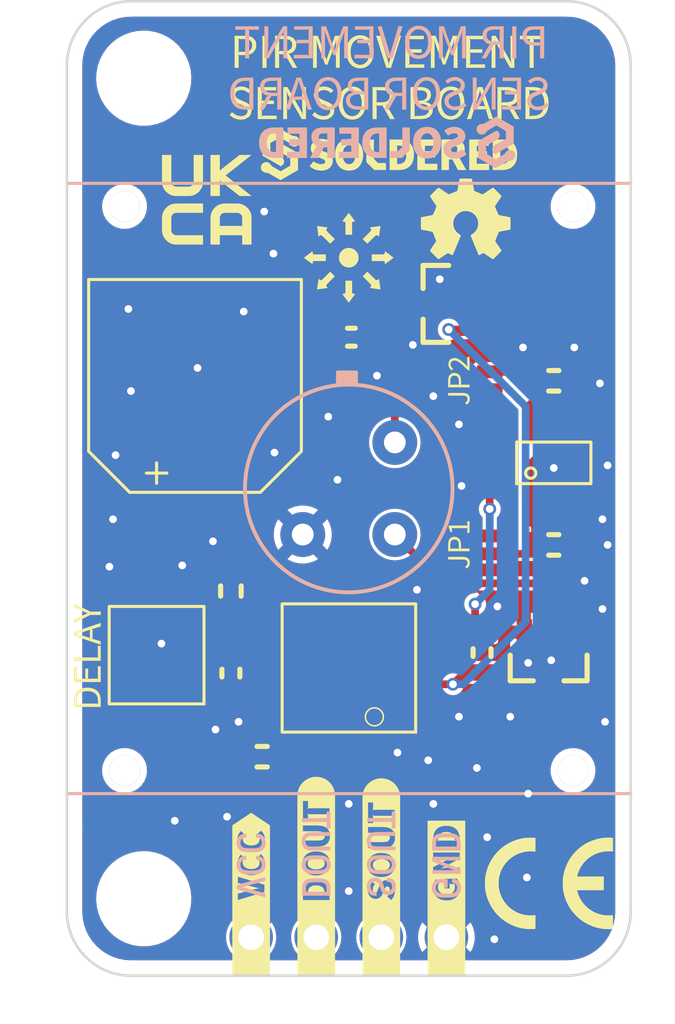
<source format=kicad_pcb>
(kicad_pcb (version 20211014) (generator pcbnew)
  (title_block (title "PIR Movement sensor board") (date "2023-02-24") (rev "V2.2.0") (company "SOLDERED") (comment 1 "333083"))
  (layers (0 "F.Cu" signal) (31 "B.Cu" signal) (34 "B.Paste" user) (35 "F.Paste" user) (36 "B.SilkS" user "B.Silkscreen") (37 "F.SilkS" user "F.Silkscreen") (38 "B.Mask" user) (39 "F.Mask" user) (44 "Edge.Cuts" user))
  (net 0 "")
  (net 1 "Net-(C1-Pad2)")
  (net 2 "GND")
  (net 3 "3V3")
  (net 4 "Net-(C4-Pad1)")
  (net 5 "REL")
  (net 6 "Net-(C5-Pad1)")
  (net 7 "5V")
  (net 8 "Net-(R1-Pad1)")
  (net 9 "TRIG")
  (net 10 "OUT")
  (net 12 "Net-(Q2-Pad3)")
  (footprint "e-radionica.com footprinti:FIDUCIAL_23" (layer "F.Cu") (at 108.5 103.2)
    (fp_text reference "FD1")
    (fp_text value "FIDUCIAL")
    (fp_circle (center 0 0) (end 1 0) (layer "F.Cu") (width 0.2) (fill none))
    (pad "1" smd circle (at 0 0) (size 1 1) (layers "F.Cu" "F.Paste" "F.Mask") (clearance 1.1))
  )
  (footprint "kibuzzard-63F87E9A" (layer "F.Cu") (at 90.8 117.5 90)
    (fp_text reference "kibuzzard-63F87E9A" hide)
    (fp_text value "G***" hide)
  )
  (footprint "e-radionica.com footprinti:0603R" (layer "F.Cu") (at 106.2 117.4 90)
    (fp_text reference "R2")
    (fp_text value "10k")
    (pad "1" smd rect locked (at -0.775 0 180) (size 1 0.64) (layers "F.Cu" "F.Paste" "F.Mask") (net 9 "TRIG"))
    (pad "2" smd rect locked (at 0.775 0 180) (size 1 0.64) (layers "F.Cu" "F.Paste" "F.Mask") (net 7 "5V"))
  )
  (footprint "kibuzzard-63F87E62" (layer "F.Cu") (at 105.3 106.8 90)
    (fp_text reference "kibuzzard-63F87E62" hide)
    (fp_text value "G***" hide)
  )
  (footprint "e-radionica.com footprinti:0603C" (layer "F.Cu") (at 109 106.8 180)
    (fp_text reference "C2")
    (fp_text value "2u2")
    (pad "1" smd rect locked (at -0.73 0 180) (size 0.66 1) (layers "F.Cu" "F.Paste" "F.Mask") (net 2 "GND"))
    (pad "2" smd rect locked (at 0.73 0 180) (size 0.66 1) (layers "F.Cu" "F.Paste" "F.Mask") (net 3 "3V3"))
  )
  (footprint "Soldered Graphics:Logo-Front-UKCA-3.5mm" (layer "F.Cu") (at 95.46 99.74)
    (fp_text reference "REF**" hide)
    (fp_text value "Logo-Front-UKCA-3.5mm" hide)
  )
  (footprint "Soldered Graphics:Logo-Front-CE-5mm" (layer "F.Cu") (at 108.81 126.4)
    (fp_text reference "REF**" hide)
    (fp_text value "Logo-Front-CE-5mm" hide)
  )
  (footprint "e-radionica.com footprinti:0603C" (layer "F.Cu") (at 97.62 121.46 180)
    (fp_text reference "C3")
    (fp_text value "100n")
    (pad "1" smd rect locked (at -0.73 0 180) (size 0.66 1) (layers "F.Cu" "F.Paste" "F.Mask") (net 7 "5V"))
    (pad "2" smd rect locked (at 0.73 0 180) (size 0.66 1) (layers "F.Cu" "F.Paste" "F.Mask") (net 2 "GND"))
  )
  (footprint "e-radionica.com footprinti:SOT-23-3" (layer "F.Cu") (at 104.6 103.8 180)
    (fp_text reference "Q2")
    (fp_text value "PNP")
    (pad "1" smd rect locked (at -1.2 -0.95 270) (size 0.6 1) (layers "F.Cu" "F.Paste" "F.Mask") (net 9 "TRIG"))
    (pad "2" smd rect locked (at -1.2 0.95 270) (size 0.6 1) (layers "F.Cu" "F.Paste" "F.Mask") (net 2 "GND"))
    (pad "3" smd rect locked (at 1.2 0 270) (size 0.6 1) (layers "F.Cu" "F.Paste" "F.Mask") (net 12 "Net-(Q2-Pad3)"))
  )
  (footprint "e-radionica.com footprinti:ELECTROLITIC_CAP_8x8x14.5" (layer "F.Cu") (at 95 107 90)
    (fp_text reference "C5")
    (fp_text value "EMZR160ARA681MHA0G")
    (pad "1" smd rect (at -3.3 0 180) (size 1.2 3.4) (layers "F.Cu" "F.Paste" "F.Mask") (net 6 "Net-(C5-Pad1)"))
    (pad "2" smd rect (at 3.3 0 180) (size 1.2 3.4) (layers "F.Cu" "F.Paste" "F.Mask") (net 2 "GND"))
  )
  (footprint "e-radionica.com footprinti:HOLE_3.2mm" (layer "F.Cu") (at 93 95)
    (fp_text reference "H2" hide)
    (fp_text value "HOLE_3.2mm" hide)
    (pad "" np_thru_hole circle locked (at 0 0) (size 3.2 3.2) (drill 3.2) (layers F&B.Cu *.Mask))
  )
  (footprint "e-radionica.com footprinti:0603C" (layer "F.Cu") (at 109 113.2 180)
    (fp_text reference "C1")
    (fp_text value "2u2")
    (pad "1" smd rect locked (at -0.73 0 180) (size 0.66 1) (layers "F.Cu" "F.Paste" "F.Mask") (net 2 "GND"))
    (pad "2" smd rect locked (at 0.73 0 180) (size 0.66 1) (layers "F.Cu" "F.Paste" "F.Mask") (net 1 "Net-(C1-Pad2)"))
  )
  (footprint "e-radionica.com footprinti:SOIC−8" (layer "F.Cu") (at 101 118 180)
    (fp_text reference "U3")
    (fp_text value "NE555DR")
    (pad "1" smd rect locked (at -2.6 -1.905 180) (size 1.55 0.6) (layers "F.Cu" "F.Paste" "F.Mask") (net 2 "GND"))
    (pad "2" smd rect locked (at -2.6 -0.635 180) (size 1.55 0.6) (layers "F.Cu" "F.Paste" "F.Mask") (net 9 "TRIG"))
    (pad "3" smd rect locked (at -2.6 0.635 180) (size 1.55 0.6) (layers "F.Cu" "F.Paste" "F.Mask") (net 10 "OUT"))
    (pad "4" smd rect locked (at -2.6 1.905 180) (size 1.55 0.6) (layers "F.Cu" "F.Paste" "F.Mask") (net 7 "5V"))
    (pad "5" smd rect locked (at 2.6 1.905 180) (size 1.55 0.6) (layers "F.Cu" "F.Paste" "F.Mask") (net 4 "Net-(C4-Pad1)"))
    (pad "6" smd rect locked (at 2.6 0.635 180) (size 1.55 0.6) (layers "F.Cu" "F.Paste" "F.Mask") (net 6 "Net-(C5-Pad1)"))
    (pad "7" smd rect locked (at 2.6 -0.635 180) (size 1.55 0.6) (layers "F.Cu" "F.Paste" "F.Mask") (net 6 "Net-(C5-Pad1)"))
    (pad "8" smd rect locked (at 2.6 -1.905 180) (size 1.55 0.6) (layers "F.Cu" "F.Paste" "F.Mask") (net 7 "5V"))
  )
  (footprint "Soldered Graphics:Version2.2.0." (layer "F.Cu") (at 92.17 124.3425)
    (fp_text reference "REF**" hide)
    (fp_text value "Version2.2.0." hide)
    (fp_poly (pts (xy -1.21 0.27) (xy -1.16 0.27) (xy -1.13 0.23) (xy -0.97 -0.18) (xy -0.99 -0.21) (xy -1.05 -0.21) (xy -1.07 -0.18) (xy -1.16 0.08) (xy -1.18 0.13) (xy -1.21 0.09) (xy -1.3 -0.17) (xy -1.32 -0.21) (xy -1.38 -0.21) (xy -1.4 -0.18) (xy -1.24 0.23) (xy -1.21 0.27)) (layer "F.Cu") (width 0.01) (fill solid))
    (fp_poly (pts (xy 0.9 0.29) (xy 0.96 0.29) (xy 1.01 0.27) (xy 0.98 0.22) (xy 0.88 0.22) (xy 0.84 0.19) (xy 0.82 0.14) (xy 0.8 0.09) (xy 0.8 0.05) (xy 0.79 -0.07) (xy 0.8 -0.19) (xy 0.8 -0.23) (xy 0.81 -0.28) (xy 0.84 -0.33) (xy 0.87 -0.36) (xy 0.98 -0.36) (xy 1.01 -0.32) (xy 1.02 -0.27) (xy 1.03 -0.21) (xy 1.04 -0.11) (xy 1.04 0.02) (xy 1.03 0.06) (xy 1.03 0.11) (xy 1.01 0.16) (xy 0.99 0.21) (xy 0.98 0.22) (xy 1.02 0.26) (xy 1.06 0.23) (xy 1.09 0.2) (xy 1.11 0.16) (xy 1.12 0.1) (xy 1.13 0.05) (xy 1.13 0) (xy 1.13 -0.12) (xy 1.13 -0.18) (xy 1.12 -0.23) (xy 1.11 -0.28) (xy 1.1 -0.33) (xy 1.07 -0.36) (xy 1.03 -0.4) (xy 0.98 -0.43) (xy 0.92 -0.44) (xy 0.87 -0.44) (xy 0.81 -0.41) (xy 0.77 -0.37) (xy 0.75 -0.34) (xy 0.72 -0.29) (xy 0.71 -0.24) (xy 0.71 -0.19) (xy 0.7 -0.14) (xy 0.7 -0.02) (xy 0.7 0.04) (xy 0.71 0.08) (xy 0.72 0.14) (xy 0.74 0.19) (xy 0.76 0.22) (xy 0.8 0.26) (xy 0.86 0.29) (xy 0.9 0.29)) (layer "F.Cu") (width 0.01) (fill solid))
    (fp_poly (pts (xy 1.22 0.3) (xy 1.27 0.3) (xy 1.32 0.29) (xy 1.32 0.25) (xy 1.32 0.19) (xy 1.28 0.18) (xy 1.23 0.18) (xy 1.2 0.21) (xy 1.2 0.26) (xy 1.22 0.3)) (layer "F.Cu") (width 0.01) (fill solid))
    (fp_poly (pts (xy 0.51 0.3) (xy 0.56 0.3) (xy 0.61 0.29) (xy 0.62 0.25) (xy 0.62 0.19) (xy 0.58 0.18) (xy 0.53 0.18) (xy 0.49 0.21) (xy 0.49 0.26) (xy 0.51 0.3)) (layer "F.Cu") (width 0.01) (fill solid))
    (fp_poly (pts (xy -0.71 0.27) (xy -0.39 0.27) (xy -0.34 0.25) (xy -0.34 0.2) (xy -0.39 0.19) (xy -0.61 0.19) (xy -0.6 0.15) (xy -0.43 -0.06) (xy -0.4 -0.11) (xy -0.37 -0.16) (xy -0.36 -0.21) (xy -0.36 -0.26) (xy -0.36 -0.32) (xy -0.38 -0.37) (xy -0.41 -0.4) (xy -0.45 -0.44) (xy -0.51 -0.46) (xy -0.56 -0.46) (xy -0.62 -0.44) (xy -0.67 -0.4) (xy -0.7 -0.37) (xy -0.72 -0.32) (xy -0.72 -0.27) (xy -0.71 -0.22) (xy -0.66 -0.22) (xy -0.64 -0.26) (xy -0.63 -0.31) (xy -0.6 -0.35) (xy -0.55 -0.37) (xy -0.49 -0.37) (xy -0.46 -0.32) (xy -0.45 -0.27) (xy -0.45 -0.22) (xy -0.47 -0.17) (xy -0.5 -0.12) (xy -0.7 0.13) (xy -0.73 0.18) (xy -0.74 0.23) (xy -0.71 0.27)) (layer "F.Cu") (width 0.01) (fill solid))
    (fp_poly (pts (xy -0.19 0.3) (xy -0.14 0.3) (xy -0.09 0.29) (xy -0.08 0.25) (xy -0.08 0.19) (xy -0.13 0.18) (xy -0.18 0.18) (xy -0.21 0.21) (xy -0.21 0.26) (xy -0.19 0.3)) (layer "F.Cu") (width 0.01) (fill solid))
    (fp_poly (pts (xy 0.04 0.265) (xy 0.36 0.265) (xy 0.41 0.245) (xy 0.41 0.195) (xy 0.36 0.185) (xy 0.14 0.185) (xy 0.15 0.145) (xy 0.32 -0.065) (xy 0.35 -0.115) (xy 0.38 -0.165) (xy 0.39 -0.215) (xy 0.39 -0.265) (xy 0.39 -0.325) (xy 0.37 -0.375) (xy 0.34 -0.405) (xy 0.3 -0.445) (xy 0.24 -0.465) (xy 0.19 -0.465) (xy 0.13 -0.445) (xy 0.08 -0.405) (xy 0.05 -0.375) (xy 0.03 -0.325) (xy 0.03 -0.275) (xy 0.04 -0.225) (xy 0.09 -0.225) (xy 0.11 -0.265) (xy 0.12 -0.315) (xy 0.15 -0.355) (xy 0.2 -0.375) (xy 0.26 -0.375) (xy 0.29 -0.325) (xy 0.3 -0.275) (xy 0.3 -0.225) (xy 0.28 -0.175) (xy 0.25 -0.125) (xy 0.05 0.125) (xy 0.02 0.175) (xy 0.01 0.225) (xy 0.04 0.265)) (layer "F.Cu") (width 0.01) (fill solid))
  )
  (footprint "e-radionica.com footprinti:0603R" (layer "F.Cu") (at 101.1 105.1 180)
    (fp_text reference "R4")
    (fp_text value "10R")
    (pad "1" smd rect locked (at -0.775 0 270) (size 1 0.64) (layers "F.Cu" "F.Paste" "F.Mask") (net 12 "Net-(Q2-Pad3)"))
    (pad "2" smd rect locked (at 0.775 0 270) (size 1 0.64) (layers "F.Cu" "F.Paste" "F.Mask") (net 6 "Net-(C5-Pad1)"))
  )
  (footprint "e-radionica.com footprinti:0603R" (layer "F.Cu") (at 96.4 118.2 -90)
    (fp_text reference "R3")
    (fp_text value "1k")
    (pad "1" smd rect locked (at -0.775 0) (size 1 0.64) (layers "F.Cu" "F.Paste" "F.Mask") (net 6 "Net-(C5-Pad1)"))
    (pad "2" smd rect locked (at 0.775 0) (size 1 0.64) (layers "F.Cu" "F.Paste" "F.Mask") (net 8 "Net-(R1-Pad1)"))
  )
  (footprint "kibuzzard-63F87E82" (layer "F.Cu") (at 105.3 113.2 90)
    (fp_text reference "kibuzzard-63F87E82" hide)
    (fp_text value "G***" hide)
  )
  (footprint "kibuzzard-63F88249" (layer "F.Cu") (at 97.19 126.84 90)
    (fp_text reference "kibuzzard-63F88249" hide)
    (fp_text value "G***" hide)
  )
  (footprint "kibuzzard-63F87F2A" (layer "F.Cu") (at 104.81 127 90)
    (fp_text reference "kibuzzard-63F87F2A" hide)
    (fp_text value "G***" hide)
  )
  (footprint "kibuzzard-63F87FDE" (layer "F.Cu") (at 102.27 126.17 90)
    (fp_text reference "kibuzzard-63F87FDE" hide)
    (fp_text value "G***" hide)
  )
  (footprint "e-radionica.com footprinti:HEADER_MALE_4X1" (layer "F.Cu") (at 101 128.5 180)
    (fp_text reference "K1")
    (fp_text value "HEADER_MALE_4X1")
    (pad "1" thru_hole circle locked (at -3.81 0 180) (size 1.7 1.7) (drill 1) (layers *.Cu *.Mask) (net 2 "GND"))
    (pad "2" thru_hole circle locked (at -1.27 0 180) (size 1.7 1.7) (drill 1) (layers *.Cu *.Mask) (net 5 "REL"))
    (pad "3" thru_hole circle locked (at 1.27 0 180) (size 1.7 1.7) (drill 1) (layers *.Cu *.Mask) (net 10 "OUT"))
    (pad "4" thru_hole circle locked (at 3.81 0 180) (size 1.7 1.7) (drill 1) (layers *.Cu *.Mask) (net 7 "5V"))
  )
  (footprint "e-radionica.com footprinti:SOT-23-5" (layer "F.Cu") (at 109 110 90)
    (fp_text reference "U2")
    (fp_text value "SE5218")
    (pad "1" smd rect locked (at -1.3 -0.95 90) (size 1.1 0.6) (layers "F.Cu" "F.Paste" "F.Mask") (net 1 "Net-(C1-Pad2)"))
    (pad "2" smd rect locked (at -1.3 0 90) (size 1.1 0.6) (layers "F.Cu" "F.Paste" "F.Mask") (net 2 "GND"))
    (pad "3" smd rect locked (at -1.3 0.95 90) (size 1.1 0.6) (layers "F.Cu" "F.Paste" "F.Mask") (net 1 "Net-(C1-Pad2)"))
    (pad "4" smd rect locked (at 1.3 0.95 90) (size 1.1 0.6) (layers "F.Cu" "F.Paste" "F.Mask"))
    (pad "5" smd rect locked (at 1.3 -0.95 90) (size 1.1 0.6) (layers "F.Cu" "F.Paste" "F.Mask") (net 3 "3V3"))
  )
  (footprint "kibuzzard-63F87DF0" (layer "F.Cu") (at 102.57 95.97)
    (fp_text reference "kibuzzard-63F87DF0" hide)
    (fp_text value "G***" hide)
  )
  (footprint "kibuzzard-63F87DE8" (layer "F.Cu") (at 102.57 93.97)
    (fp_text reference "kibuzzard-63F87DE8" hide)
    (fp_text value "G***" hide)
  )
  (footprint "Soldered Graphics:Symbol-Front-Movement" (layer "F.Cu") (at 101 102)
    (fp_text reference "G***" hide)
    (fp_text value "LOGO" hide)
  )
  (footprint "e-radionica.com footprinti:SMD_JUMPER" (layer "F.Cu") (at 106.5 106.8 90)
    (fp_text reference "JP2")
    (fp_text value "SMD_JUMPER")
    (pad "1" smd rect locked (at -0.35 0 90) (size 0.5 1) (layers "F.Cu" "F.Mask") (net 7 "5V"))
    (pad "2" smd rect locked (at 0.35 0 90) (size 0.5 1) (layers "F.Cu" "F.Mask") (net 3 "3V3"))
  )
  (footprint "e-radionica.com footprinti:HOLE_3.2mm" (layer "F.Cu") (at 93 127)
    (fp_text reference "H1" hide)
    (fp_text value "HOLE_3.2mm" hide)
    (pad "" np_thru_hole circle locked (at 0 0) (size 3.2 3.2) (drill 3.2) (layers F&B.Cu *.Mask))
  )
  (footprint "e-radionica.com footprinti:0603C" (layer "F.Cu") (at 96.4 115 90)
    (fp_text reference "C4")
    (fp_text value "10n")
    (pad "1" smd rect locked (at -0.73 0 90) (size 0.66 1) (layers "F.Cu" "F.Paste" "F.Mask") (net 4 "Net-(C4-Pad1)"))
    (pad "2" smd rect locked (at 0.73 0 90) (size 0.66 1) (layers "F.Cu" "F.Paste" "F.Mask") (net 2 "GND"))
  )
  (footprint "e-radionica.com footprinti:tc33x-2-103e" (layer "F.Cu") (at 93.5 117.5 180)
    (fp_text reference "R1")
    (fp_text value "TC33X-2-105E")
    (pad "1" smd rect locked (at -1 1.8 180) (size 1.2 1.2) (layers "F.Cu" "F.Paste" "F.Mask") (net 8 "Net-(R1-Pad1)"))
    (pad "2" smd rect locked (at 0 -1.45 180) (size 1.6 1.5) (layers "F.Cu" "F.Paste" "F.Mask") (net 7 "5V"))
    (pad "3" smd rect locked (at 1 1.8 180) (size 1.2 1.2) (layers "F.Cu" "F.Paste" "F.Mask") (net 7 "5V"))
  )
  (footprint "e-radionica.com footprinti:SOT-23-3" (layer "F.Cu") (at 108.8 117.8 -90)
    (fp_text reference "Q1")
    (fp_text value "NMOS")
    (pad "1" smd rect locked (at -1.2 -0.95) (size 0.6 1) (layers "F.Cu" "F.Paste" "F.Mask") (net 5 "REL"))
    (pad "2" smd rect locked (at -1.2 0.95) (size 0.6 1) (layers "F.Cu" "F.Paste" "F.Mask") (net 2 "GND"))
    (pad "3" smd rect locked (at 1.2 0) (size 0.6 1) (layers "F.Cu" "F.Paste" "F.Mask") (net 9 "TRIG"))
  )
  (footprint "e-radionica.com footprinti:SMD-JUMPER-CONNECTED_TRACE_SLODERMASK" (layer "F.Cu") (at 106.5 113.2 90)
    (fp_text reference "JP1")
    (fp_text value "SMD-JUMPER-CONNECTED_TRACE_SLODERMASK")
    (fp_poly (pts (xy 0.1 0.1) (xy -0.1 0.1) (xy -0.1 -0.1) (xy 0.1 -0.1)) (layer "F.Cu") (width 0.1) (fill solid))
    (pad "1" smd rect (at -0.35 0 90) (size 0.5 1) (layers "F.Cu" "F.Mask") (net 1 "Net-(C1-Pad2)"))
    (pad "2" smd rect (at 0.35 0 90) (size 0.5 1) (layers "F.Cu" "F.Mask") (net 7 "5V"))
  )
  (footprint "Soldered Graphics:Logo-Front-SolderedFULL-10mm" (layer "F.Cu") (at 102.57 97.97)
    (fp_text reference "G***" hide)
    (fp_text value "LOGO" hide)
  )
  (footprint "kibuzzard-63F87FB1" (layer "F.Cu") (at 99.73 126.14 90)
    (fp_text reference "kibuzzard-63F87FB1" hide)
    (fp_text value "G***" hide)
  )
  (footprint "e-radionica.com footprinti:PIR_senzor" (layer "B.Cu") (at 101 111 -135)
    (fp_text reference "U1")
    (fp_text value "AM312")
    (pad "1" thru_hole circle (at -2.54 0 225) (size 1.75 1.75) (drill 0.85) (layers *.Cu *.Mask) (net 3 "3V3"))
    (pad "2" thru_hole circle (at 0 -2.54 225) (size 1.75 1.75) (drill 0.85) (layers *.Cu *.Mask) (net 5 "REL"))
    (pad "3" thru_hole circle (at 2.54 0 225) (size 1.75 1.75) (drill 0.85) (layers *.Cu *.Mask) (net 2 "GND"))
  )
  (footprint "Soldered Graphics:Logo-Front-SolderedFULL-10mm" (layer "B.Cu") (at 102.5 97.5 180)
    (fp_text reference "G***" hide)
    (fp_text value "LOGO" hide)
  )
  (footprint "kibuzzard-63F8825B" (layer "B.Cu") (at 97.19 125.7 90)
    (fp_text reference "kibuzzard-63F8825B" hide)
    (fp_text value "G***" hide)
  )
  (footprint "kibuzzard-63F87DF0" (layer "B.Cu") (at 102.6 95.6 180)
    (fp_text reference "kibuzzard-63F87DF0" hide)
    (fp_text value "G***" hide)
  )
  (footprint "kibuzzard-63F882D0" (layer "B.Cu") (at 104.81 125.7 90)
    (fp_text reference "kibuzzard-63F882D0" hide)
    (fp_text value "G***" hide)
  )
  (footprint "kibuzzard-63F88265" (layer "B.Cu") (at 99.73 125.24 90)
    (fp_text reference "kibuzzard-63F88265" hide)
    (fp_text value "G***" hide)
  )
  (footprint "e-radionica.com footprinti:PIR_senzor_kapica" (layer "B.Cu") (at 101 111 180)
    (fp_text reference "K2")
    (fp_text value "PIR_lens")
    (pad "" thru_hole circle (at 8.75 -11 180) (size 1.2 1.2) (drill 1.2) (layers *.Mask))
    (pad "" thru_hole circle (at -8.75 -11 180) (size 1.2 1.2) (drill 1.2) (layers *.Mask))
    (pad "" thru_hole circle (at -8.75 11 180) (size 1.2 1.2) (drill 1.2) (layers *.Mask))
    (pad "" thru_hole circle (at 8.75 11 180) (size 1.2 1.2) (drill 1.2) (layers *.Mask))
  )
  (footprint "kibuzzard-63F87DE8" (layer "B.Cu") (at 102.6 93.6 180)
    (fp_text reference "kibuzzard-63F87DE8" hide)
    (fp_text value "G***" hide)
  )
  (footprint "kibuzzard-63F8828A" (layer "B.Cu") (at 102.27 125.24 90)
    (fp_text reference "kibuzzard-63F8828A" hide)
    (fp_text value "G***" hide)
  )
  (footprint "Soldered Graphics:Logo-Back-OSH-3.5mm" (layer "B.Cu") (at 105.56 100.49 180)
    (fp_text reference "G***" hide)
    (fp_text value "LOGO" hide)
  )
  (gr_arc (start 92.5 130) (mid 90.732233 129.267767) (end 90 127.5) (layer "Edge.Cuts") (width 0.1))
  (gr_line (start 92.5 92) (end 109.5 92) (layer "Edge.Cuts") (width 0.1))
  (gr_line (start 109.5 130) (end 92.5 130) (layer "Edge.Cuts") (width 0.1))
  (gr_arc (start 90 94.5) (mid 90.732233 92.732233) (end 92.5 92) (layer "Edge.Cuts") (width 0.1))
  (gr_line (start 112 94.5) (end 112 127.5) (layer "Edge.Cuts") (width 0.1))
  (gr_line (start 90 127.5) (end 90 94.5) (layer "Edge.Cuts") (width 0.1))
  (gr_arc (start 112 127.5) (mid 111.267767 129.267767) (end 109.5 130) (layer "Edge.Cuts") (width 0.1))
  (gr_arc (start 109.5 92) (mid 111.267767 92.732233) (end 112 94.5) (layer "Edge.Cuts") (width 0.1))
  (segment (start 109.4 109.5) (end 109.95 110.05) (width 0.254) (layer "F.Cu") (net 1))
  (segment (start 106.5 113.55) (end 107.92 113.55) (width 0.3) (layer "F.Cu") (net 1))
  (segment (start 108.27 112.47) (end 108.05 112.25) (width 0.3) (layer "F.Cu") (net 1))
  (segment (start 107.92 113.55) (end 108.27 113.2) (width 0.3) (layer "F.Cu") (net 1))
  (segment (start 108.599511 109.5) (end 109.4 109.5) (width 0.254) (layer "F.Cu") (net 1))
  (segment (start 108.05 110.049511) (end 108.599511 109.5) (width 0.254) (layer "F.Cu") (net 1))
  (segment (start 108.27 113.2) (end 108.27 112.47) (width 0.3) (layer "F.Cu") (net 1))
  (segment (start 108.05 112.25) (end 108.05 111.3) (width 0.3) (layer "F.Cu") (net 1))
  (segment (start 109.95 110.05) (end 109.95 111.3) (width 0.254) (layer "F.Cu") (net 1))
  (segment (start 108.05 111.3) (end 108.05 110.049511) (width 0.254) (layer "F.Cu") (net 1))
  (via (at 100.2 108.2) (size 0.5) (drill 0.3) (layers "F.Cu" "B.Cu") (net 2))
  (via (at 110.8 106.9) (size 0.5) (drill 0.3) (layers "F.Cu" "B.Cu") (net 2))
  (via (at 108 122.9) (size 0.5) (drill 0.3) (layers "F.Cu" "B.Cu") (net 2))
  (via (at 110.9 112.2) (size 0.5) (drill 0.3) (layers "F.Cu" "B.Cu") (net 2))
  (via (at 92.5 107.2) (size 0.5) (drill 0.3) (layers "F.Cu" "B.Cu") (net 2))
  (via (at 104.3 123.3) (size 0.5) (drill 0.3) (layers "F.Cu" "B.Cu") (net 2))
  (via (at 101 126.7) (size 0.5) (drill 0.3) (layers "F.Cu" "B.Cu") (net 2))
  (via (at 101 123.3) (size 0.5) (drill 0.3) (layers "F.Cu" "B.Cu") (net 2))
  (via (at 111.1 110.1) (size 0.5) (drill 0.3) (layers "F.Cu" "B.Cu") (net 2))
  (via (at 102.9 121.3) (size 0.5) (drill 0.3) (layers "F.Cu" "B.Cu") (net 2))
  (via (at 111.1 113.2) (size 0.5) (drill 0.3) (layers "F.Cu" "B.Cu") (net 2))
  (via (at 95.1 106.3) (size 0.5) (drill 0.3) (layers "F.Cu" "B.Cu") (net 2))
  (via (at 110.2 114.6) (size 0.5) (drill 0.3) (layers "F.Cu" "B.Cu") (net 2))
  (via (at 107.95 126.17) (size 0.5) (drill 0.3) (layers "F.Cu" "B.Cu") (net 2))
  (via (at 100.56 110.66) (size 0.5) (drill 0.3) (layers "F.Cu" "B.Cu") (net 2))
  (via (at 107.3 119.9) (size 0.5) (drill 0.3) (layers "F.Cu" "B.Cu") (net 2))
  (via (at 95.7 113.06) (size 0.5) (drill 0.3) (layers "F.Cu" "B.Cu") (net 2))
  (via (at 106.4 124.6) (size 0.5) (drill 0.3) (layers "F.Cu" "B.Cu") (net 2))
  (via (at 105.3 108.5) (size 0.5) (drill 0.3) (layers "F.Cu" "B.Cu") (net 2))
  (via (at 105.3 119.9) (size 0.5) (drill 0.3) (layers "F.Cu" "B.Cu") (net 2))
  (via (at 106.68 128.58) (size 0.5) (drill 0.3) (layers "F.Cu" "B.Cu") (net 2))
  (via (at 94.5 114) (size 0.5) (drill 0.3) (layers "F.Cu" "B.Cu") (net 2))
  (via (at 109 110.2) (size 0.5) (drill 0.3) (layers "F.Cu" "B.Cu") (net 2))
  (via (at 106.8 115.6) (size 0.5) (drill 0.3) (layers "F.Cu" "B.Cu") (net 2))
  (via (at 111 120.1) (size 0.5) (drill 0.3) (layers "F.Cu" "B.Cu") (net 2))
  (via (at 93.69 117.05) (size 0.5) (drill 0.3) (layers "F.Cu" "B.Cu") (net 2))
  (via (at 107.8 105.5) (size 0.5) (drill 0.3) (layers "F.Cu" "B.Cu") (net 2))
  (via (at 91.9 109.7) (size 0.5) (drill 0.3) (layers "F.Cu" "B.Cu") (net 2))
  (via (at 92.4 104) (size 0.5) (drill 0.3) (layers "F.Cu" "B.Cu") (net 2))
  (via (at 95.8 120.4) (size 0.5) (drill 0.3) (layers "F.Cu" "B.Cu") (net 2))
  (via (at 96.9 104.1) (size 0.5) (drill 0.3) (layers "F.Cu" "B.Cu") (net 2))
  (via (at 104.3 107.4) (size 0.5) (drill 0.3) (layers "F.Cu" "B.Cu") (net 2))
  (via (at 109.8 105.5) (size 0.5) (drill 0.3) (layers "F.Cu" "B.Cu") (net 2))
  (via (at 105.4 110.9) (size 0.5) (drill 0.3) (layers "F.Cu" "B.Cu") (net 2))
  (via (at 94.21 123.96) (size 0.5) (drill 0.3) (layers "F.Cu" "B.Cu") (net 2))
  (via (at 96.7 120.1) (size 0.5) (drill 0.3) (layers "F.Cu" "B.Cu") (net 2))
  (via (at 97.7 100.2) (size 0.5) (drill 0.3) (layers "F.Cu" "B.Cu") (net 2))
  (via (at 110.9 115.7) (size 0.5) (drill 0.3) (layers "F.Cu" "B.Cu") (net 2))
  (via (at 102.1 106.6) (size 0.5) (drill 0.3) (layers "F.Cu" "B.Cu") (net 2))
  (via (at 103.66 114.95) (size 0.5) (drill 0.3) (layers "F.Cu" "B.Cu") (net 2))
  (via (at 104.55 102.84) (size 0.5) (drill 0.3) (layers "F.Cu" "B.Cu") (net 2))
  (via (at 96.25 123.8) (size 0.5) (drill 0.3) (layers "F.Cu" "B.Cu") (net 2))
  (via (at 98.1 109.6) (size 0.5) (drill 0.3) (layers "F.Cu" "B.Cu") (net 2))
  (via (at 91.66 114.05) (size 0.5) (drill 0.3) (layers "F.Cu" "B.Cu") (net 2))
  (via (at 98.06 101.84) (size 0.5) (drill 0.3) (layers "F.Cu" "B.Cu") (net 2))
  (via (at 91.8 112.2) (size 0.5) (drill 0.3) (layers "F.Cu" "B.Cu") (net 2))
  (via (at 106 121.9) (size 0.5) (drill 0.3) (layers "F.Cu" "B.Cu") (net 2))
  (via (at 108.9 117.7) (size 0.5) (drill 0.3) (layers "F.Cu" "B.Cu") (net 2))
  (via (at 108 117.8) (size 0.5) (drill 0.3) (layers "F.Cu" "B.Cu") (net 2))
  (via (at 104.1 121.6) (size 0.5) (drill 0.3) (layers "F.Cu" "B.Cu") (net 2))
  (via (at 103.5 105.4) (size 0.5) (drill 0.3) (layers "F.Cu" "B.Cu") (net 2))
  (segment (start 106.5 106.45) (end 103.95 106.45) (width 0.3) (layer "F.Cu") (net 3))
  (segment (start 102.796051 107.603949) (end 102.796051 109.203949) (width 0.3) (layer "F.Cu") (net 3))
  (segment (start 107.62 106.8) (end 108.27 106.8) (width 0.3) (layer "F.Cu") (net 3))
  (segment (start 107.27 106.45) (end 107.62 106.8) (width 0.3) (layer "F.Cu") (net 3))
  (segment (start 108.3 107.5) (end 108.3 106.83) (width 0.3) (layer "F.Cu") (net 3))
  (segment (start 108.3 106.83) (end 108.27 106.8) (width 0.3) (layer "F.Cu") (net 3))
  (segment (start 103.95 106.45) (end 102.796051 107.603949) (width 0.3) (layer "F.Cu") (net 3))
  (segment (start 106.5 106.45) (end 107.27 106.45) (width 0.3) (layer "F.Cu") (net 3))
  (segment (start 108.05 108.7) (end 108.05 107.75) (width 0.3) (layer "F.Cu") (net 3))
  (segment (start 108.05 107.75) (end 108.3 107.5) (width 0.3) (layer "F.Cu") (net 3))
  (segment (start 97.33 115.73) (end 96.4 115.73) (width 0.3) (layer "F.Cu") (net 4))
  (segment (start 98.4 116.095) (end 97.695 116.095) (width 0.3) (layer "F.Cu") (net 4))
  (segment (start 97.695 116.095) (end 97.33 115.73) (width 0.3) (layer "F.Cu") (net 4))
  (segment (start 109.75 116.6) (end 109.75 117.54) (width 0.3) (layer "F.Cu") (net 5))
  (segment (start 109.01 114.7) (end 109.75 115.44) (width 0.3) (layer "F.Cu") (net 5))
  (segment (start 110.4 118.19) (end 110.4 119.1) (width 0.3) (layer "F.Cu") (net 5))
  (segment (start 102.796051 112.796051) (end 104.7 114.7) (width 0.3) (layer "F.Cu") (net 5))
  (segment (start 109.75 117.54) (end 110.4 118.19) (width 0.3) (layer "F.Cu") (net 5))
  (segment (start 109.75 115.44) (end 109.75 116.6) (width 0.3) (layer "F.Cu") (net 5))
  (segment (start 102.27 127.23) (end 102.27 128.8) (width 0.3) (layer "F.Cu") (net 5))
  (segment (start 104.7 114.7) (end 109.01 114.7) (width 0.3) (layer "F.Cu") (net 5))
  (segment (start 110.4 119.1) (end 102.27 127.23) (width 0.3) (layer "F.Cu") (net 5))
  (segment (start 100.325 105.1) (end 98 105.1) (width 0.3) (layer "F.Cu") (net 6))
  (segment (start 98.4 117.365) (end 99.225 117.365) (width 0.3) (layer "F.Cu") (net 6))
  (segment (start 96.46 117.365) (end 96.4 117.425) (width 0.3) (layer "F.Cu") (net 6))
  (segment (start 99.93 116.66) (end 99.93 115.98) (width 0.3) (layer "F.Cu") (net 6))
  (segment (start 98.4 117.365) (end 97.365 117.365) (width 0.3) (layer "F.Cu") (net 6))
  (segment (start 98 105.1) (end 95 108.1) (width 0.3) (layer "F.Cu") (net 6))
  (segment (start 99.93 118.09) (end 99.385 118.635) (width 0.3) (layer "F.Cu") (net 6))
  (segment (start 97.365 117.365) (end 96.46 117.365) (width 0.3) (layer "F.Cu") (net 6))
  (segment (start 95 111.05) (end 95 110.3) (width 0.3) (layer "F.Cu") (net 6))
  (segment (start 99.225 117.365) (end 99.93 116.66) (width 0.3) (layer "F.Cu") (net 6))
  (segment (start 99.93 116.66) (end 99.93 118.09) (width 0.3) (layer "F.Cu") (net 6))
  (segment (start 99.385 118.635) (end 98.4 118.635) (width 0.3) (layer "F.Cu") (net 6))
  (segment (start 99.93 115.98) (end 95 111.05) (width 0.3) (layer "F.Cu") (net 6))
  (segment (start 95 108.1) (end 95 110.3) (width 0.3) (layer "F.Cu") (net 6))
  (segment (start 93.5 118.33) (end 93.5 118.95) (width 0.3) (layer "F.Cu") (net 7))
  (segment (start 100.64 117.06) (end 101.605 116.095) (width 0.3) (layer "F.Cu") (net 7))
  (segment (start 98.35 121.46) (end 98.35 119.955) (width 0.3) (layer "F.Cu") (net 7))
  (segment (start 98 122.74) (end 98.35 123.09) (width 0.3) (layer "F.Cu") (net 7))
  (segment (start 98.35 119.955) (end 98.4 119.905) (width 0.3) (layer "F.Cu") (net 7))
  (segment (start 92.5 117.33) (end 93.5 118.33) (width 0.3) (layer "F.Cu") (net 7))
  (segment (start 98.35 127.34) (end 98.35 123.09) (width 0.3) (layer "F.Cu") (net 7))
  (segment (start 103.6 116.095) (end 104.675 116.095) (width 0.3) (layer "F.Cu") (net 7))
  (segment (start 99.635 119.905) (end 100.64 118.9) (width 0.3) (layer "F.Cu") (net 7))
  (segment (start 98.4 119.905) (end 99.635 119.905) (width 0.3) (layer "F.Cu") (net 7))
  (segment (start 100.64 118.9) (end 100.64 117.06) (width 0.3) (layer "F.Cu") (net 7))
  (segment (start 97.19 128.5) (end 98.35 127.34) (width 0.3) (layer "F.Cu") (net 7))
  (segment (start 93.5 118.95) (end 93.5 120.66) (width 0.3) (layer "F.Cu") (net 7))
  (segment (start 106.5 112.85) (end 106.5 111.8) (width 0.3) (layer "F.Cu") (net 7))
  (segment (start 95.58 122.74) (end 98 122.74) (width 0.3) (layer "F.Cu") (net 7))
  (segment (start 98.35 123.09) (end 98.35 121.46) (width 0.3) (layer "F.Cu") (net 7))
  (segment (start 105.93 116.355) (end 106.2 116.625) (width 0.3) (layer "F.Cu") (net 7))
  (segment (start 104.675 116.095) (end 105.205 116.625) (width 0.3) (layer "F.Cu") (net 7))
  (segment (start 93.5 120.66) (end 95.58 122.74) (width 0.3) (layer "F.Cu") (net 7))
  (segment (start 101.605 116.095) (end 103.6 116.095) (width 0.3) (layer "F.Cu") (net 7))
  (segment (start 92.5 115.7) (end 92.5 117.33) (width 0.3) (layer "F.Cu") (net 7))
  (segment (start 106.5 111.8) (end 106.5 107.15) (width 0.3) (layer "F.Cu") (net 7))
  (segment (start 105.205 116.625) (end 106.2 116.625) (width 0.3) (layer "F.Cu") (net 7))
  (segment (start 105.93 115.51) (end 105.93 116.355) (width 0.3) (layer "F.Cu") (net 7))
  (via (at 105.93 115.51) (size 0.5) (drill 0.3) (layers "F.Cu" "B.Cu") (net 7))
  (via (at 106.5 111.8) (size 0.5) (drill 0.3) (layers "F.Cu" "B.Cu") (net 7))
  (segment (start 105.93 115.51) (end 106.5 114.94) (width 0.3) (layer "B.Cu") (net 7))
  (segment (start 106.5 114.94) (end 106.5 111.8) (width 0.3) (layer "B.Cu") (net 7))
  (segment (start 94.5 115.7) (end 94.83 116.03) (width 0.25) (layer "F.Cu") (net 8))
  (segment (start 94.83 118.27) (end 95.535 118.975) (width 0.25) (layer "F.Cu") (net 8))
  (segment (start 95.535 118.975) (end 96.4 118.975) (width 0.25) (layer "F.Cu") (net 8))
  (segment (start 94.83 116.03) (end 94.83 118.27) (width 0.25) (layer "F.Cu") (net 8))
  (segment (start 107.075 118.175) (end 106.2 118.175) (width 0.3) (layer "F.Cu") (net 9))
  (segment (start 105.525 118.175) (end 105.065 118.635) (width 0.3) (layer "F.Cu") (net 9))
  (segment (start 105.065 118.635) (end 103.6 118.635) (width 0.3) (layer "F.Cu") (net 9))
  (segment (start 108.8 119) (end 107.9 119) (width 0.3) (layer "F.Cu") (net 9))
  (segment (start 107.9 119) (end 107.075 118.175) (width 0.3) (layer "F.Cu") (net 9))
  (segment (start 106.2 118.175) (end 105.525 118.175) (width 0.3) (layer "F.Cu") (net 9))
  (segment (start 104.9 104.8) (end 105.75 104.8) (width 0.3) (layer "F.Cu") (net 9))
  (segment (start 105.75 104.8) (end 105.8 104.75) (width 0.3) (layer "F.Cu") (net 9))
  (via (at 105.065 118.635) (size 0.5) (drill 0.3) (layers "F.Cu" "B.Cu") (net 9))
  (via (at 104.9 104.8) (size 0.5) (drill 0.3) (layers "F.Cu" "B.Cu") (net 9))
  (segment (start 107.8 116.3) (end 107.9 116.2) (width 0.3) (layer "B.Cu") (net 9))
  (segment (start 105.465 118.635) (end 107.8 116.3) (width 0.3) (layer "B.Cu") (net 9))
  (segment (start 107.9 116.2) (end 107.9 111.4) (width 0.3) (layer "B.Cu") (net 9))
  (segment (start 107.9 111.4) (end 107.9 107.8) (width 0.3) (layer "B.Cu") (net 9))
  (segment (start 107.9 107.8) (end 104.9 104.8) (width 0.3) (layer "B.Cu") (net 9))
  (segment (start 105.065 118.635) (end 105.465 118.635) (width 0.3) (layer "B.Cu") (net 9))
  (segment (start 102.235 117.365) (end 103.6 117.365) (width 0.3) (layer "F.Cu") (net 10))
  (segment (start 101.73 119.2) (end 101.73 117.87) (width 0.3) (layer "F.Cu") (net 10))
  (segment (start 99.73 128.5) (end 99.73 121.2) (width 0.3) (layer "F.Cu") (net 10))
  (segment (start 101.73 117.87) (end 102.235 117.365) (width 0.3) (layer "F.Cu") (net 10))
  (segment (start 99.73 121.2) (end 101.73 119.2) (width 0.3) (layer "F.Cu") (net 10))
  (segment (start 102.62 105.1) (end 101.875 105.1) (width 0.3) (layer "F.Cu") (net 12))
  (segment (start 103.4 104.32) (end 102.62 105.1) (width 0.3) (layer "F.Cu") (net 12))
  (segment (start 103.4 103.8) (end 103.4 104.32) (width 0.3) (layer "F.Cu") (net 12))
  (zone (net 2) (net_name "GND") (layers F&B.Cu) (connect_pads (clearance 0.127)) (min_thickness 0.127) (fill yes (thermal_gap 0.254) (thermal_bridge_width 0.508))
    (polygon (pts (xy 112 130) (xy 90 130) (xy 90 92) (xy 112 92)))
  )
)
</source>
